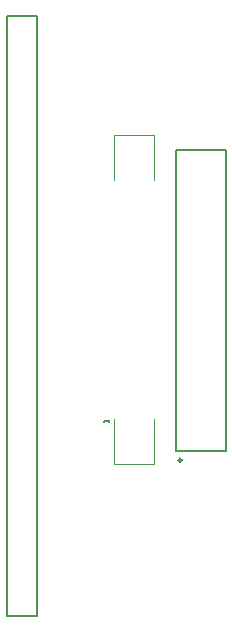
<source format=gto>
G04*
G04 #@! TF.GenerationSoftware,Altium Limited,Altium Designer,20.1.7 (139)*
G04*
G04 Layer_Color=65535*
%FSLAX25Y25*%
%MOIN*%
G70*
G04*
G04 #@! TF.SameCoordinates,17503974-A5A2-4C32-8372-7ECB8DF3FFA4*
G04*
G04*
G04 #@! TF.FilePolarity,Positive*
G04*
G01*
G75*
%ADD10C,0.00984*%
%ADD11C,0.00394*%
%ADD12C,0.00787*%
%ADD13C,0.00591*%
D10*
X24783Y-16142D02*
G03*
X24783Y-16142I-492J0D01*
G01*
D11*
X15453Y-17323D02*
Y-2362D01*
X2067Y-17323D02*
X15453D01*
X2067D02*
Y-2362D01*
X15453Y77165D02*
Y92126D01*
X2067D02*
X15453D01*
X2067Y77165D02*
Y92126D01*
D12*
X-33543Y132008D02*
X-23543D01*
Y-67992D02*
Y132008D01*
X-33543Y-67992D02*
X-23543D01*
X-33543D02*
Y-60492D01*
Y132008D01*
X39449Y87205D02*
X39449Y-13189D01*
X22913Y87205D02*
X22913Y-13189D01*
X22913D02*
X39449D01*
X22913Y87205D02*
X39449D01*
D13*
X689Y-3347D02*
Y-2691D01*
Y-3018D01*
X-1279D01*
X-951Y-3347D01*
M02*

</source>
